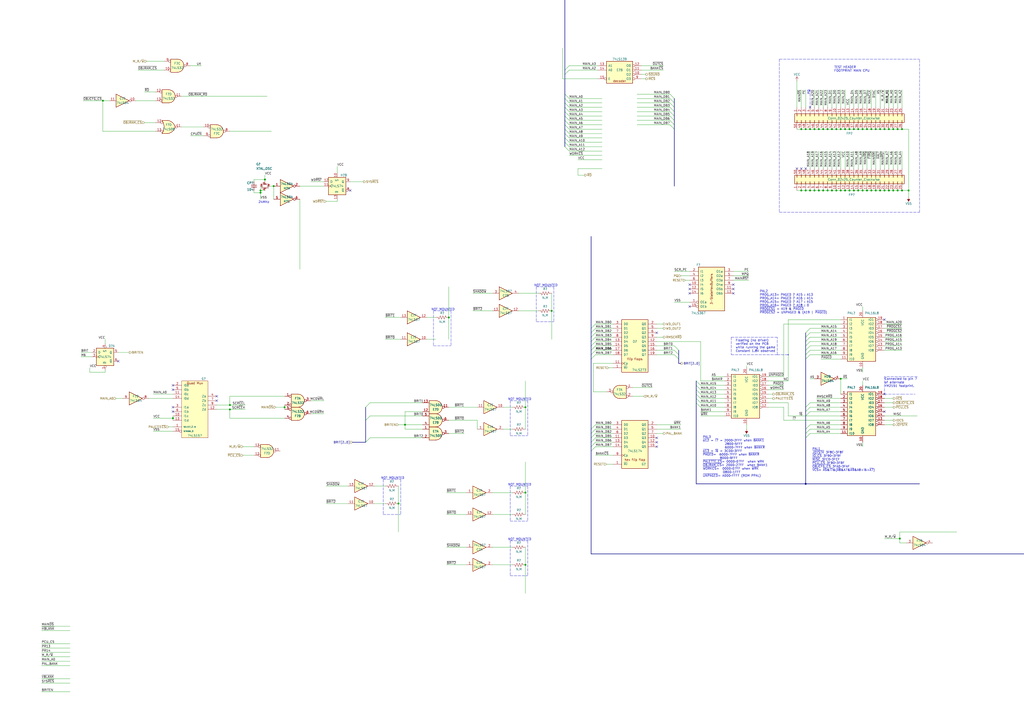
<source format=kicad_sch>
(kicad_sch (version 20211123) (generator eeschema)
  (paper "A2")
  (title_block (title "X-men") (date "2023-06-26") (rev "José Tejada.") (company "JOTEGO") (comment 1 "www.patreon.com/jotego") (comment 2 "JOTEGO"))
  (junction (at 497.84 110.49))
  (junction (at 158.75 107.95))
  (junction (at 492.76 74.93))
  (junction (at 231.14 292.1))
  (junction (at 523.24 74.93))
  (junction (at 527.05 110.49))
  (junction (at 467.36 74.93))
  (junction (at 151.13 110.49))
  (junction (at 490.22 74.93))
  (junction (at 304.8 285.75))
  (junction (at 520.7 110.49))
  (junction (at 469.9 110.49))
  (junction (at 304.8 236.22))
  (junction (at 487.68 110.49))
  (junction (at 497.84 74.93))
  (junction (at 472.44 74.93))
  (junction (at 508 74.93))
  (junction (at 515.62 110.49))
  (junction (at 472.44 110.49))
  (junction (at 133.35 237.49))
  (junction (at 151.13 111.76))
  (junction (at 513.08 74.93))
  (junction (at 518.16 74.93))
  (junction (at 515.62 74.93))
  (junction (at 304.8 327.66))
  (junction (at 505.46 74.93))
  (junction (at 100.33 242.57))
  (junction (at 260.35 184.15))
  (junction (at 482.6 110.49))
  (junction (at 521.97 312.42))
  (junction (at 495.3 74.93))
  (junction (at 500.38 74.93))
  (junction (at 467.36 280.67))
  (junction (at 165.1 236.22))
  (junction (at 59.69 58.42))
  (junction (at 510.54 110.49))
  (junction (at 495.3 110.49))
  (junction (at 480.06 110.49))
  (junction (at 320.04 180.34))
  (junction (at 153.67 104.14))
  (junction (at 492.76 110.49))
  (junction (at 513.08 110.49))
  (junction (at 474.98 110.49))
  (junction (at 487.68 74.93))
  (junction (at 487.68 219.71))
  (junction (at 523.24 110.49))
  (junction (at 482.6 74.93))
  (junction (at 133.35 234.95))
  (junction (at 520.7 74.93))
  (junction (at 510.54 74.93))
  (junction (at 477.52 110.49))
  (junction (at 474.98 74.93))
  (junction (at 502.92 110.49))
  (junction (at 518.16 110.49))
  (junction (at 467.36 110.49))
  (junction (at 490.22 110.49))
  (junction (at 485.14 74.93))
  (junction (at 505.46 110.49))
  (junction (at 508 110.49))
  (junction (at 469.9 74.93))
  (junction (at 477.52 74.93))
  (junction (at 485.14 110.49))
  (junction (at 464.82 110.49))
  (junction (at 464.82 74.93))
  (junction (at 502.92 74.93))
  (junction (at 234.95 246.38))
  (junction (at 500.38 110.49))
  (junction (at 480.06 74.93))
  (no_connect (at 469.9 62.23))
  (no_connect (at 400.05 167.64))
  (no_connect (at 425.45 170.18))
  (no_connect (at 203.2 110.49))
  (no_connect (at 462.28 97.79))
  (no_connect (at 381 193.04))
  (no_connect (at 68.58 209.55))
  (no_connect (at 100.33 236.22))
  (no_connect (at 100.33 226.06))
  (no_connect (at 513.08 238.76))
  (no_connect (at 425.45 167.64))
  (no_connect (at 425.45 165.1))
  (no_connect (at 513.08 228.6))
  (no_connect (at 400.05 177.8))
  (no_connect (at 100.33 238.76))
  (no_connect (at 125.73 229.87))
  (no_connect (at 125.73 232.41))
  (no_connect (at 381 256.54))
  (no_connect (at 100.33 223.52))
  (no_connect (at 381 254))
  (no_connect (at 513.08 185.42))
  (no_connect (at 464.82 97.79))
  (no_connect (at 400.05 165.1))
  (no_connect (at 467.36 97.79))
  (no_connect (at 381 259.08))
  (no_connect (at 400.05 170.18))
  (bus_entry (at 342.9 259.08) (size 2.54 -2.54))
  (bus_entry (at 342.9 203.2) (size 2.54 -2.54))
  (bus_entry (at 327.66 64.77) (size 2.54 2.54))
  (bus_entry (at 214.63 254) (size -2.54 2.54))
  (bus_entry (at 327.66 62.23) (size 2.54 2.54))
  (bus_entry (at 342.9 205.74) (size 2.54 -2.54))
  (bus_entry (at 391.16 203.2) (size 2.54 2.54))
  (bus_entry (at 327.66 54.61) (size 2.54 2.54))
  (bus_entry (at 327.66 40.64) (size 2.54 -2.54))
  (bus_entry (at 403.86 226.06) (size 2.54 2.54))
  (bus_entry (at 342.9 193.04) (size 2.54 -2.54))
  (bus_entry (at 391.16 200.66) (size 2.54 2.54))
  (bus_entry (at 403.86 233.68) (size 2.54 2.54))
  (bus_entry (at 342.9 200.66) (size 2.54 -2.54))
  (bus_entry (at 327.66 43.18) (size 2.54 -2.54))
  (bus_entry (at 327.66 69.85) (size 2.54 2.54))
  (bus_entry (at 469.9 233.68) (size -2.54 2.54))
  (bus_entry (at 214.63 241.3) (size -2.54 2.54))
  (bus_entry (at 469.9 198.12) (size -2.54 2.54))
  (bus_entry (at 469.9 205.74) (size -2.54 2.54))
  (bus_entry (at 469.9 246.38) (size -2.54 2.54))
  (bus_entry (at 342.9 195.58) (size 2.54 -2.54))
  (bus_entry (at 214.63 233.68) (size -2.54 2.54))
  (bus_entry (at 391.16 57.15) (size -2.54 -2.54))
  (bus_entry (at 469.9 190.5) (size -2.54 2.54))
  (bus_entry (at 342.9 256.54) (size 2.54 -2.54))
  (bus_entry (at 403.86 228.6) (size 2.54 2.54))
  (bus_entry (at 391.16 205.74) (size 2.54 2.54))
  (bus_entry (at 469.9 203.2) (size -2.54 2.54))
  (bus_entry (at 327.66 74.93) (size 2.54 2.54))
  (bus_entry (at 342.9 198.12) (size 2.54 -2.54))
  (bus_entry (at 327.66 57.15) (size 2.54 2.54))
  (bus_entry (at 327.66 80.01) (size 2.54 2.54))
  (bus_entry (at 342.9 254) (size 2.54 -2.54))
  (bus_entry (at 391.16 67.31) (size -2.54 -2.54))
  (bus_entry (at 342.9 248.92) (size 2.54 -2.54))
  (bus_entry (at 469.9 238.76) (size -2.54 2.54))
  (bus_entry (at 391.16 69.85) (size -2.54 -2.54))
  (bus_entry (at 342.9 208.28) (size 2.54 -2.54))
  (bus_entry (at 391.16 62.23) (size -2.54 -2.54))
  (bus_entry (at 469.9 200.66) (size -2.54 2.54))
  (bus_entry (at 327.66 67.31) (size 2.54 2.54))
  (bus_entry (at 469.9 195.58) (size -2.54 2.54))
  (bus_entry (at 327.66 85.09) (size 2.54 2.54))
  (bus_entry (at 403.86 223.52) (size 2.54 2.54))
  (bus_entry (at 469.9 193.04) (size -2.54 2.54))
  (bus_entry (at 469.9 251.46) (size -2.54 2.54))
  (bus_entry (at 327.66 77.47) (size 2.54 2.54))
  (bus_entry (at 469.9 236.22) (size -2.54 2.54))
  (bus_entry (at 469.9 248.92) (size -2.54 2.54))
  (bus_entry (at 342.9 261.62) (size 2.54 -2.54))
  (bus_entry (at 342.9 190.5) (size 2.54 -2.54))
  (bus_entry (at 391.16 64.77) (size -2.54 -2.54))
  (bus_entry (at 403.86 231.14) (size 2.54 2.54))
  (bus_entry (at 327.66 72.39) (size 2.54 2.54))
  (bus_entry (at 391.16 72.39) (size -2.54 -2.54))
  (bus_entry (at 327.66 82.55) (size 2.54 2.54))
  (bus_entry (at 391.16 74.93) (size -2.54 -2.54))
  (bus_entry (at 327.66 59.69) (size 2.54 2.54))
  (bus_entry (at 403.86 220.98) (size 2.54 2.54))
  (bus_entry (at 342.9 251.46) (size 2.54 -2.54))
  (bus_entry (at 391.16 59.69) (size -2.54 -2.54))
  (bus (pts (xy 467.36 198.12) (xy 467.36 200.66)))
  (polyline (pts (xy 424.18 195.58) (xy 450.85 195.58)))
  (bus (pts (xy 403.86 231.14) (xy 403.86 233.68)))
  (wire (pts (xy 381 187.96) (xy 384.81 187.96)))
  (wire (pts (xy 502.92 97.79) (xy 502.92 87.63)))
  (wire (pts (xy 165.1 237.49) (xy 165.1 236.22)))
  (wire (pts (xy 48.26 58.42) (xy 59.69 58.42)))
  (wire (pts (xy 445.77 220.98) (xy 457.2 220.98)))
  (wire (pts (xy 487.68 74.93) (xy 490.22 74.93)))
  (bus (pts (xy 327.66 82.55) (xy 327.66 85.09)))
  (bus (pts (xy 327.66 40.64) (xy 327.66 43.18)))
  (wire (pts (xy 480.06 110.49) (xy 482.6 110.49)))
  (wire (pts (xy 490.22 74.93) (xy 492.76 74.93)))
  (wire (pts (xy 147.32 110.49) (xy 147.32 111.76)))
  (wire (pts (xy 24.13 383.54) (xy 40.64 383.54)))
  (bus (pts (xy 212.09 236.22) (xy 212.09 243.84)))
  (bus (pts (xy 342.9 321.31) (xy 596.9 321.31)))
  (wire (pts (xy 355.6 213.36) (xy 353.06 213.36)))
  (bus (pts (xy 327.66 59.69) (xy 327.66 62.23)))
  (wire (pts (xy 231.14 246.38) (xy 234.95 246.38)))
  (wire (pts (xy 100.33 242.57) (xy 100.33 243.84)))
  (wire (pts (xy 151.13 107.95) (xy 151.13 110.49)))
  (bus (pts (xy 467.36 208.28) (xy 467.36 236.22)))
  (bus (pts (xy 342.9 137.16) (xy 342.9 190.5)))
  (wire (pts (xy 330.2 80.01) (xy 349.25 80.01)))
  (wire (pts (xy 487.68 97.79) (xy 487.68 87.63)))
  (wire (pts (xy 304.8 327.66) (xy 304.8 344.17)))
  (wire (pts (xy 445.77 218.44) (xy 454.66 218.44)))
  (wire (pts (xy 520.7 52.07) (xy 520.7 62.23)))
  (bus (pts (xy 391.16 72.39) (xy 391.16 74.93)))
  (wire (pts (xy 335.28 97.79) (xy 335.28 101.6)))
  (wire (pts (xy 505.46 87.63) (xy 505.46 97.79)))
  (wire (pts (xy 153.67 104.14) (xy 153.67 105.41)))
  (wire (pts (xy 469.9 195.58) (xy 487.68 195.58)))
  (wire (pts (xy 513.08 236.22) (xy 518.16 236.22)))
  (wire (pts (xy 500.38 213.36) (xy 500.38 215.9)))
  (wire (pts (xy 345.44 256.54) (xy 355.6 256.54)))
  (wire (pts (xy 406.4 241.3) (xy 420.37 241.3)))
  (wire (pts (xy 345.44 254) (xy 355.6 254)))
  (wire (pts (xy 247.65 184.15) (xy 252.73 184.15)))
  (wire (pts (xy 195.58 115.57) (xy 195.58 116.84)))
  (bus (pts (xy 393.7 210.82) (xy 394.97 210.82)))
  (wire (pts (xy 147.32 111.76) (xy 151.13 111.76)))
  (wire (pts (xy 381 203.2) (xy 391.16 203.2)))
  (wire (pts (xy 259.08 285.75) (xy 270.51 285.75)))
  (wire (pts (xy 369.57 62.23) (xy 388.62 62.23)))
  (wire (pts (xy 330.2 87.63) (xy 349.25 87.63)))
  (wire (pts (xy 527.05 110.49) (xy 523.24 110.49)))
  (bus (pts (xy 391.16 67.31) (xy 391.16 69.85)))
  (wire (pts (xy 508 52.07) (xy 508 62.23)))
  (bus (pts (xy 467.36 236.22) (xy 467.36 238.76)))
  (wire (pts (xy 497.84 74.93) (xy 500.38 74.93)))
  (wire (pts (xy 510.54 74.93) (xy 513.08 74.93)))
  (bus (pts (xy 393.7 203.2) (xy 393.7 205.74)))
  (wire (pts (xy 497.84 110.49) (xy 500.38 110.49)))
  (wire (pts (xy 330.2 67.31) (xy 349.25 67.31)))
  (wire (pts (xy 462.28 110.49) (xy 464.82 110.49)))
  (wire (pts (xy 469.9 198.12) (xy 487.68 198.12)))
  (wire (pts (xy 60.96 214.63) (xy 60.96 215.9)))
  (wire (pts (xy 292.1 236.22) (xy 297.18 236.22)))
  (wire (pts (xy 412.75 218.44) (xy 420.37 218.44)))
  (wire (pts (xy 469.9 251.46) (xy 487.68 251.46)))
  (wire (pts (xy 508 97.79) (xy 508 87.63)))
  (wire (pts (xy 502.92 74.93) (xy 505.46 74.93)))
  (wire (pts (xy 425.45 162.56) (xy 434.34 162.56)))
  (wire (pts (xy 100.33 241.3) (xy 100.33 242.57)))
  (wire (pts (xy 513.08 233.68) (xy 518.16 233.68)))
  (wire (pts (xy 523.24 200.66) (xy 513.08 200.66)))
  (wire (pts (xy 485.14 110.49) (xy 487.68 110.49)))
  (wire (pts (xy 490.22 110.49) (xy 492.76 110.49)))
  (polyline (pts (xy 295.91 302.26) (xy 306.07 302.26)))
  (wire (pts (xy 259.08 317.5) (xy 270.51 317.5)))
  (bus (pts (xy 204.47 256.54) (xy 212.09 256.54)))
  (wire (pts (xy 406.4 223.52) (xy 420.37 223.52)))
  (wire (pts (xy 502.92 110.49) (xy 505.46 110.49)))
  (wire (pts (xy 505.46 110.49) (xy 508 110.49)))
  (wire (pts (xy 521.97 312.42) (xy 521.97 314.96)))
  (bus (pts (xy 342.9 200.66) (xy 342.9 203.2)))
  (wire (pts (xy 513.08 312.42) (xy 521.97 312.42)))
  (wire (pts (xy 487.68 52.07) (xy 487.68 62.23)))
  (wire (pts (xy 523.24 203.2) (xy 513.08 203.2)))
  (wire (pts (xy 521.97 308.61) (xy 521.97 312.42)))
  (wire (pts (xy 304.8 236.22) (xy 304.8 248.92)))
  (wire (pts (xy 469.9 233.68) (xy 487.68 233.68)))
  (wire (pts (xy 274.32 180.34) (xy 285.75 180.34)))
  (wire (pts (xy 510.54 87.63) (xy 510.54 97.79)))
  (wire (pts (xy 292.1 248.92) (xy 297.18 248.92)))
  (bus (pts (xy 342.9 256.54) (xy 342.9 259.08)))
  (polyline (pts (xy 311.15 166.37) (xy 321.31 166.37)))
  (polyline (pts (xy 295.91 313.69) (xy 306.07 313.69)))
  (wire (pts (xy 497.84 52.07) (xy 497.84 62.23)))
  (wire (pts (xy 247.65 196.85) (xy 252.73 196.85)))
  (wire (pts (xy 326.39 45.72) (xy 346.71 45.72)))
  (wire (pts (xy 320.04 170.18) (xy 320.04 180.34)))
  (polyline (pts (xy 222.25 278.13) (xy 232.41 278.13)))
  (wire (pts (xy 515.62 52.07) (xy 515.62 62.23)))
  (wire (pts (xy 457.2 185.42) (xy 487.68 185.42)))
  (bus (pts (xy 327.66 67.31) (xy 327.66 69.85)))
  (wire (pts (xy 234.95 248.92) (xy 234.95 246.38)))
  (bus (pts (xy 391.16 64.77) (xy 391.16 67.31)))
  (wire (pts (xy 133.35 229.87) (xy 165.1 229.87)))
  (bus (pts (xy 342.9 200.66) (xy 342.9 198.12)))
  (wire (pts (xy 245.11 254) (xy 214.63 254)))
  (wire (pts (xy 312.42 180.34) (xy 300.99 180.34)))
  (wire (pts (xy 133.35 242.57) (xy 133.35 237.49)))
  (wire (pts (xy 330.2 40.64) (xy 346.71 40.64)))
  (wire (pts (xy 345.44 203.2) (xy 355.6 203.2)))
  (wire (pts (xy 304.8 285.75) (xy 304.8 298.45)))
  (bus (pts (xy 391.16 74.93) (xy 391.16 107.95)))
  (wire (pts (xy 515.62 110.49) (xy 518.16 110.49)))
  (wire (pts (xy 304.8 285.75) (xy 304.8 267.97)))
  (wire (pts (xy 523.24 52.07) (xy 523.24 62.23)))
  (wire (pts (xy 502.92 52.07) (xy 502.92 62.23)))
  (wire (pts (xy 210.82 105.41) (xy 203.2 105.41)))
  (wire (pts (xy 369.57 59.69) (xy 388.62 59.69)))
  (wire (pts (xy 24.13 375.92) (xy 40.64 375.92)))
  (wire (pts (xy 110.49 38.1) (xy 116.84 38.1)))
  (wire (pts (xy 482.6 97.79) (xy 482.6 87.63)))
  (wire (pts (xy 457.2 241.3) (xy 457.2 233.68)))
  (wire (pts (xy 151.13 115.57) (xy 151.13 111.76)))
  (bus (pts (xy 342.9 193.04) (xy 342.9 195.58)))
  (wire (pts (xy 513.08 241.3) (xy 532.13 241.3)))
  (wire (pts (xy 260.35 236.22) (xy 276.86 236.22)))
  (wire (pts (xy 521.97 308.61) (xy 554.99 308.61)))
  (wire (pts (xy 472.44 52.07) (xy 472.44 62.23)))
  (wire (pts (xy 474.98 97.79) (xy 474.98 87.63)))
  (wire (pts (xy 231.14 281.94) (xy 231.14 292.1)))
  (wire (pts (xy 510.54 110.49) (xy 513.08 110.49)))
  (wire (pts (xy 474.98 52.07) (xy 474.98 62.23)))
  (wire (pts (xy 223.52 196.85) (xy 232.41 196.85)))
  (polyline (pts (xy 295.91 281.94) (xy 295.91 302.26)))
  (bus (pts (xy 391.16 59.69) (xy 391.16 62.23)))
  (wire (pts (xy 477.52 52.07) (xy 477.52 62.23)))
  (wire (pts (xy 285.75 285.75) (xy 297.18 285.75)))
  (wire (pts (xy 260.35 184.15) (xy 260.35 196.85)))
  (wire (pts (xy 513.08 74.93) (xy 515.62 74.93)))
  (wire (pts (xy 521.97 314.96) (xy 525.78 314.96)))
  (wire (pts (xy 142.24 234.95) (xy 133.35 234.95)))
  (bus (pts (xy 327.66 74.93) (xy 327.66 77.47)))
  (wire (pts (xy 434.34 160.02) (xy 425.45 160.02)))
  (bus (pts (xy 393.7 208.28) (xy 393.7 210.82)))
  (wire (pts (xy 513.08 110.49) (xy 515.62 110.49)))
  (bus (pts (xy 403.86 228.6) (xy 403.86 231.14)))
  (wire (pts (xy 384.81 38.1) (xy 372.11 38.1)))
  (wire (pts (xy 495.3 97.79) (xy 495.3 87.63)))
  (wire (pts (xy 67.31 231.14) (xy 71.12 231.14)))
  (wire (pts (xy 46.99 204.47) (xy 53.34 204.47)))
  (wire (pts (xy 369.57 72.39) (xy 388.62 72.39)))
  (wire (pts (xy 518.16 52.07) (xy 518.16 62.23)))
  (polyline (pts (xy 311.15 186.69) (xy 321.31 186.69)))
  (wire (pts (xy 477.52 74.93) (xy 480.06 74.93)))
  (polyline (pts (xy 295.91 232.41) (xy 295.91 252.73)))
  (wire (pts (xy 406.4 233.68) (xy 420.37 233.68)))
  (wire (pts (xy 223.52 292.1) (xy 217.17 292.1)))
  (polyline (pts (xy 452.12 34.29) (xy 533.4 34.29)))
  (wire (pts (xy 482.6 52.07) (xy 482.6 62.23)))
  (wire (pts (xy 500.38 52.07) (xy 500.38 62.23)))
  (wire (pts (xy 469.9 205.74) (xy 487.68 205.74)))
  (bus (pts (xy 342.9 254) (xy 342.9 256.54)))
  (polyline (pts (xy 424.18 205.74) (xy 450.85 205.74)))
  (wire (pts (xy 384.81 40.64) (xy 372.11 40.64)))
  (wire (pts (xy 330.2 38.1) (xy 346.71 38.1)))
  (polyline (pts (xy 295.91 281.94) (xy 306.07 281.94)))
  (wire (pts (xy 88.9 228.6) (xy 100.33 228.6)))
  (wire (pts (xy 345.44 259.08) (xy 355.6 259.08)))
  (wire (pts (xy 513.08 52.07) (xy 513.08 62.23)))
  (wire (pts (xy 500.38 97.79) (xy 500.38 87.63)))
  (bus (pts (xy 342.9 259.08) (xy 342.9 261.62)))
  (polyline (pts (xy 295.91 232.41) (xy 306.07 232.41)))
  (wire (pts (xy 482.6 110.49) (xy 485.14 110.49)))
  (bus (pts (xy 212.09 243.84) (xy 212.09 256.54)))
  (wire (pts (xy 467.36 241.3) (xy 457.2 241.3)))
  (wire (pts (xy 500.38 256.54) (xy 500.38 259.08)))
  (wire (pts (xy 78.74 58.42) (xy 90.17 58.42)))
  (wire (pts (xy 520.7 110.49) (xy 523.24 110.49)))
  (wire (pts (xy 467.36 74.93) (xy 469.9 74.93)))
  (wire (pts (xy 151.13 110.49) (xy 153.67 110.49)))
  (bus (pts (xy 467.36 251.46) (xy 467.36 254)))
  (wire (pts (xy 153.67 101.6) (xy 153.67 104.14)))
  (wire (pts (xy 259.08 298.45) (xy 270.51 298.45)))
  (wire (pts (xy 469.9 200.66) (xy 487.68 200.66)))
  (wire (pts (xy 381 200.66) (xy 391.16 200.66)))
  (bus (pts (xy 342.9 248.92) (xy 342.9 251.46)))
  (wire (pts (xy 133.35 234.95) (xy 133.35 229.87)))
  (wire (pts (xy 269.24 251.46) (xy 260.35 251.46)))
  (wire (pts (xy 497.84 97.79) (xy 497.84 87.63)))
  (wire (pts (xy 369.57 64.77) (xy 388.62 64.77)))
  (wire (pts (xy 335.28 97.79) (xy 349.25 97.79)))
  (wire (pts (xy 381 246.38) (xy 394.97 246.38)))
  (polyline (pts (xy 321.31 166.37) (xy 321.31 186.69)))
  (wire (pts (xy 245.11 233.68) (xy 214.63 233.68)))
  (wire (pts (xy 505.46 52.07) (xy 505.46 62.23)))
  (polyline (pts (xy 513.08 218.44) (xy 513.08 228.6)))
  (wire (pts (xy 180.34 105.41) (xy 187.96 105.41)))
  (wire (pts (xy 492.76 57.15) (xy 492.76 62.23)))
  (wire (pts (xy 133.35 76.2) (xy 157.48 76.2)))
  (wire (pts (xy 372.11 45.72) (xy 374.65 45.72)))
  (wire (pts (xy 469.9 74.93) (xy 472.44 74.93)))
  (wire (pts (xy 464.82 74.93) (xy 467.36 74.93)))
  (wire (pts (xy 445.77 233.68) (xy 457.2 233.68)))
  (wire (pts (xy 469.9 236.22) (xy 487.68 236.22)))
  (bus (pts (xy 327.66 64.77) (xy 327.66 67.31)))
  (wire (pts (xy 472.44 74.93) (xy 474.98 74.93)))
  (wire (pts (xy 505.46 74.93) (xy 508 74.93)))
  (bus (pts (xy 327.66 69.85) (xy 327.66 72.39)))
  (wire (pts (xy 326.39 27.94) (xy 326.39 45.72)))
  (wire (pts (xy 492.76 74.93) (xy 495.3 74.93)))
  (wire (pts (xy 469.9 190.5) (xy 487.68 190.5)))
  (bus (pts (xy 403.86 226.06) (xy 403.86 228.6)))
  (wire (pts (xy 454.66 187.96) (xy 487.68 187.96)))
  (polyline (pts (xy 306.07 313.69) (xy 306.07 334.01)))
  (bus (pts (xy 391.16 69.85) (xy 391.16 72.39)))
  (wire (pts (xy 189.23 281.94) (xy 201.93 281.94)))
  (wire (pts (xy 480.06 74.93) (xy 482.6 74.93)))
  (wire (pts (xy 151.13 111.76) (xy 151.13 110.49)))
  (bus (pts (xy 342.9 205.74) (xy 342.9 208.28)))
  (wire (pts (xy 330.2 64.77) (xy 349.25 64.77)))
  (wire (pts (xy 487.68 238.76) (xy 469.9 238.76)))
  (bus (pts (xy 327.66 0) (xy 327.66 40.64)))
  (polyline (pts (xy 523.24 228.6) (xy 530.86 228.6)))
  (wire (pts (xy 369.57 54.61) (xy 388.62 54.61)))
  (polyline (pts (xy 251.46 180.34) (xy 251.46 200.66)))
  (wire (pts (xy 173.99 115.57) (xy 173.99 156.21)))
  (wire (pts (xy 381 248.92) (xy 394.97 248.92)))
  (wire (pts (xy 335.28 92.71) (xy 349.25 92.71)))
  (wire (pts (xy 527.05 110.49) (xy 527.05 74.93)))
  (polyline (pts (xy 513.08 228.6) (xy 523.24 228.6)))
  (wire (pts (xy 490.22 52.07) (xy 490.22 62.23)))
  (wire (pts (xy 520.7 87.63) (xy 520.7 97.79)))
  (wire (pts (xy 520.7 74.93) (xy 523.24 74.93)))
  (wire (pts (xy 276.86 248.92) (xy 276.86 243.84)))
  (wire (pts (xy 464.82 110.49) (xy 467.36 110.49)))
  (polyline (pts (xy 232.41 278.13) (xy 232.41 298.45)))
  (wire (pts (xy 500.38 177.8) (xy 500.38 180.34)))
  (wire (pts (xy 474.98 74.93) (xy 477.52 74.93)))
  (wire (pts (xy 492.76 87.63) (xy 492.76 97.79)))
  (wire (pts (xy 330.2 62.23) (xy 349.25 62.23)))
  (wire (pts (xy 195.58 116.84) (xy 189.23 116.84)))
  (wire (pts (xy 469.9 246.38) (xy 487.68 246.38)))
  (wire (pts (xy 330.2 59.69) (xy 349.25 59.69)))
  (wire (pts (xy 173.99 107.95) (xy 187.96 107.95)))
  (bus (pts (xy 467.36 195.58) (xy 467.36 198.12)))
  (wire (pts (xy 297.18 327.66) (xy 285.75 327.66)))
  (bus (pts (xy 327.66 80.01) (xy 327.66 82.55)))
  (wire (pts (xy 24.13 365.76) (xy 40.64 365.76)))
  (wire (pts (xy 330.2 82.55) (xy 349.25 82.55)))
  (wire (pts (xy 513.08 187.96) (xy 523.24 187.96)))
  (polyline (pts (xy 450.85 205.74) (xy 457.2 205.74)))
  (wire (pts (xy 490.22 87.63) (xy 490.22 97.79)))
  (wire (pts (xy 485.14 97.79) (xy 485.14 87.63)))
  (wire (pts (xy 345.44 193.04) (xy 355.6 193.04)))
  (wire (pts (xy 140.97 259.08) (xy 147.32 259.08)))
  (wire (pts (xy 480.06 52.07) (xy 480.06 62.23)))
  (bus (pts (xy 467.36 280.67) (xy 403.86 280.67)))
  (wire (pts (xy 68.58 204.47) (xy 74.93 204.47)))
  (wire (pts (xy 523.24 87.63) (xy 523.24 97.79)))
  (wire (pts (xy 214.63 241.3) (xy 245.11 241.3)))
  (wire (pts (xy 372.11 43.18) (xy 374.65 43.18)))
  (polyline (pts (xy 469.9 52.07) (xy 469.9 62.23)))
  (wire (pts (xy 487.68 219.71) (xy 491.49 219.71)))
  (wire (pts (xy 469.9 110.49) (xy 472.44 110.49)))
  (wire (pts (xy 88.9 250.19) (xy 100.33 250.19)))
  (bus (pts (xy 467.36 193.04) (xy 467.36 195.58)))
  (bus (pts (xy 342.9 208.28) (xy 342.9 248.92)))
  (bus (pts (xy 342.9 261.62) (xy 342.9 321.31)))
  (wire (pts (xy 345.44 190.5) (xy 355.6 190.5)))
  (wire (pts (xy 495.3 74.93) (xy 497.84 74.93)))
  (wire (pts (xy 492.76 110.49) (xy 495.3 110.49)))
  (wire (pts (xy 304.8 317.5) (xy 304.8 327.66)))
  (wire (pts (xy 330.2 74.93) (xy 349.25 74.93)))
  (wire (pts (xy 523.24 198.12) (xy 513.08 198.12)))
  (wire (pts (xy 160.02 236.22) (xy 165.1 236.22)))
  (bus (pts (xy 467.36 200.66) (xy 467.36 203.2)))
  (wire (pts (xy 369.57 57.15) (xy 388.62 57.15)))
  (wire (pts (xy 345.44 205.74) (xy 355.6 205.74)))
  (wire (pts (xy 381 198.12) (xy 406.4 198.12)))
  (bus (pts (xy 327.66 72.39) (xy 327.66 74.93)))
  (polyline (pts (xy 222.25 278.13) (xy 222.25 298.45)))
  (wire (pts (xy 60.96 196.85) (xy 60.96 199.39)))
  (wire (pts (xy 445.77 236.22) (xy 454.66 236.22)))
  (wire (pts (xy 406.4 226.06) (xy 420.37 226.06)))
  (wire (pts (xy 355.6 198.12) (xy 345.44 198.12)))
  (wire (pts (xy 24.13 363.22) (xy 40.64 363.22)))
  (wire (pts (xy 285.75 298.45) (xy 297.18 298.45)))
  (wire (pts (xy 86.36 231.14) (xy 100.33 231.14)))
  (wire (pts (xy 24.13 378.46) (xy 40.64 378.46)))
  (wire (pts (xy 24.13 386.08) (xy 40.64 386.08)))
  (bus (pts (xy 467.36 205.74) (xy 467.36 208.28)))
  (wire (pts (xy 330.2 57.15) (xy 349.25 57.15)))
  (polyline (pts (xy 295.91 313.69) (xy 295.91 334.01)))
  (wire (pts (xy 85.09 35.56) (xy 95.25 35.56)))
  (bus (pts (xy 327.66 54.61) (xy 327.66 57.15)))
  (wire (pts (xy 344.17 227.33) (xy 351.79 227.33)))
  (bus (pts (xy 467.36 248.92) (xy 467.36 251.46)))
  (wire (pts (xy 59.69 58.42) (xy 59.69 76.2)))
  (wire (pts (xy 217.17 281.94) (xy 223.52 281.94)))
  (wire (pts (xy 454.66 223.52) (xy 445.77 223.52)))
  (wire (pts (xy 147.32 105.41) (xy 147.32 104.14)))
  (wire (pts (xy 369.57 69.85) (xy 388.62 69.85)))
  (polyline (pts (xy 251.46 180.34) (xy 261.62 180.34)))
  (wire (pts (xy 231.14 292.1) (xy 231.14 308.61)))
  (wire (pts (xy 495.3 110.49) (xy 497.84 110.49)))
  (wire (pts (xy 83.82 53.34) (xy 90.17 53.34)))
  (wire (pts (xy 59.69 76.2) (xy 90.17 76.2)))
  (wire (pts (xy 59.69 58.42) (xy 63.5 58.42)))
  (bus (pts (xy 403.86 233.68) (xy 403.86 280.67)))
  (wire (pts (xy 165.1 236.22) (xy 165.1 234.95)))
  (wire (pts (xy 406.4 231.14) (xy 420.37 231.14)))
  (wire (pts (xy 500.38 74.93) (xy 502.92 74.93)))
  (polyline (pts (xy 222.25 298.45) (xy 232.41 298.45)))
  (wire (pts (xy 523.24 74.93) (xy 527.05 74.93)))
  (wire (pts (xy 260.35 184.15) (xy 260.35 166.37)))
  (wire (pts (xy 469.9 203.2) (xy 487.68 203.2)))
  (bus (pts (xy 327.66 77.47) (xy 327.66 80.01)))
  (wire (pts (xy 477.52 97.79) (xy 477.52 87.63)))
  (wire (pts (xy 445.77 228.6) (xy 448.31 228.6)))
  (wire (pts (xy 180.34 232.41) (xy 187.96 232.41)))
  (wire (pts (xy 373.38 229.87) (xy 367.03 229.87)))
  (wire (pts (xy 513.08 246.38) (xy 518.16 246.38)))
  (polyline (pts (xy 295.91 252.73) (xy 306.07 252.73)))
  (wire (pts (xy 406.4 198.12) (xy 406.4 220.98)))
  (bus (pts (xy 342.9 251.46) (xy 342.9 254)))
  (wire (pts (xy 320.04 180.34) (xy 320.04 196.85)))
  (wire (pts (xy 397.51 162.56) (xy 400.05 162.56)))
  (wire (pts (xy 467.36 52.07) (xy 467.36 62.23)))
  (wire (pts (xy 381 251.46) (xy 384.81 251.46)))
  (polyline (pts (xy 424.18 195.58) (xy 424.18 205.74)))
  (bus (pts (xy 467.36 238.76) (xy 467.36 241.3)))
  (wire (pts (xy 513.08 193.04) (xy 523.24 193.04)))
  (wire (pts (xy 487.68 219.71) (xy 487.68 228.6)))
  (wire (pts (xy 406.4 220.98) (xy 420.37 220.98)))
  (wire (pts (xy 345.44 195.58) (xy 355.6 195.58)))
  (wire (pts (xy 345.44 251.46) (xy 355.6 251.46)))
  (wire (pts (xy 189.23 292.1) (xy 201.93 292.1)))
  (wire (pts (xy 344.17 210.82) (xy 344.17 227.33)))
  (wire (pts (xy 445.77 231.14) (xy 448.31 231.14)))
  (wire (pts (xy 133.35 237.49) (xy 142.24 237.49)))
  (wire (pts (xy 473.71 231.14) (xy 487.68 231.14)))
  (bus (pts (xy 467.36 280.67) (xy 533.4 280.67)))
  (wire (pts (xy 133.35 242.57) (xy 165.1 242.57)))
  (wire (pts (xy 508 110.49) (xy 510.54 110.49)))
  (wire (pts (xy 433.07 246.38) (xy 433.07 248.92)))
  (wire (pts (xy 339.09 101.6) (xy 335.28 101.6)))
  (polyline (pts (xy 251.46 200.66) (xy 261.62 200.66)))
  (wire (pts (xy 234.95 238.76) (xy 245.11 238.76)))
  (wire (pts (xy 195.58 96.52) (xy 195.58 100.33)))
  (wire (pts (xy 513.08 231.14) (xy 518.16 231.14)))
  (wire (pts (xy 513.08 190.5) (xy 523.24 190.5)))
  (bus (pts (xy 327.66 43.18) (xy 327.66 54.61)))
  (wire (pts (xy 24.13 393.7) (xy 40.64 393.7)))
  (wire (pts (xy 477.52 110.49) (xy 480.06 110.49)))
  (wire (pts (xy 158.75 107.95) (xy 156.21 107.95)))
  (wire (pts (xy 223.52 184.15) (xy 232.41 184.15)))
  (wire (pts (xy 24.13 373.38) (xy 40.64 373.38)))
  (wire (pts (xy 500.38 110.49) (xy 502.92 110.49)))
  (wire (pts (xy 384.81 190.5) (xy 381 190.5)))
  (wire (pts (xy 469.9 193.04) (xy 487.68 193.04)))
  (wire (pts (xy 513.08 243.84) (xy 518.16 243.84)))
  (wire (pts (xy 125.73 237.49) (xy 133.35 237.49)))
  (wire (pts (xy 355.6 269.24) (xy 351.79 269.24)))
  (polyline (pts (xy 306.07 232.41) (xy 306.07 252.73)))
  (polyline (pts (xy 533.4 123.19) (xy 533.4 34.29)))
  (wire (pts (xy 97.79 247.65) (xy 100.33 247.65)))
  (bus (pts (xy 391.16 62.23) (xy 391.16 64.77)))
  (wire (pts (xy 260.35 243.84) (xy 276.86 243.84)))
  (polyline (pts (xy 450.85 205.74) (xy 450.85 195.58)))
  (wire (pts (xy 454.66 218.44) (xy 454.66 187.96)))
  (wire (pts (xy 345.44 246.38) (xy 355.6 246.38)))
  (wire (pts (xy 285.75 170.18) (xy 274.32 170.18)))
  (wire (pts (xy 515.62 74.93) (xy 518.16 74.93)))
  (wire (pts (xy 234.95 246.38) (xy 245.11 246.38)))
  (bus (pts (xy 342.9 190.5) (xy 342.9 193.04)))
  (wire (pts (xy 24.13 396.24) (xy 40.64 396.24)))
  (bus (pts (xy 342.9 203.2) (xy 342.9 205.74)))
  (wire (pts (xy 234.95 246.38) (xy 234.95 238.76)))
  (wire (pts (xy 472.44 97.79) (xy 472.44 87.63)))
  (wire (pts (xy 105.41 55.88) (xy 154.94 55.88)))
  (wire (pts (xy 406.4 228.6) (xy 420.37 228.6)))
  (polyline (pts (xy 295.91 334.01) (xy 306.07 334.01)))
  (wire (pts (xy 500.38 220.98) (xy 500.38 223.52)))
  (wire (pts (xy 88.9 242.57) (xy 100.33 242.57)))
  (bus (pts (xy 393.7 205.74) (xy 393.7 208.28)))
  (wire (pts (xy 467.36 110.49) (xy 469.9 110.49)))
  (wire (pts (xy 454.66 243.84) (xy 487.68 243.84)))
  (wire (pts (xy 285.75 317.5) (xy 297.18 317.5)))
  (polyline (pts (xy 311.15 166.37) (xy 311.15 186.69)))
  (bus (pts (xy 327.66 57.15) (xy 327.66 59.69)))
  (wire (pts (xy 510.54 52.07) (xy 510.54 62.23)))
  (wire (pts (xy 476.25 208.28) (xy 487.68 208.28)))
  (wire (pts (xy 487.68 110.49) (xy 490.22 110.49)))
  (wire (pts (xy 469.9 219.71) (xy 472.44 219.71)))
  (polyline (pts (xy 532.13 218.44) (xy 513.08 218.44)))
  (polyline (pts (xy 261.62 180.34) (xy 261.62 200.66)))
  (wire (pts (xy 105.41 73.66) (xy 118.11 73.66)))
  (wire (pts (xy 83.82 71.12) (xy 90.17 71.12)))
  (wire (pts (xy 394.97 160.02) (xy 400.05 160.02)))
  (bus (pts (xy 342.9 195.58) (xy 342.9 198.12)))
  (wire (pts (xy 381 205.74) (xy 391.16 205.74)))
  (wire (pts (xy 462.28 62.23) (xy 462.28 46.99)))
  (bus (pts (xy 467.36 254) (xy 467.36 280.67)))
  (wire (pts (xy 467.36 241.3) (xy 487.68 241.3)))
  (bus (pts (xy 467.36 203.2) (xy 467.36 205.74)))
  (wire (pts (xy 187.96 240.03) (xy 180.34 240.03)))
  (wire (pts (xy 158.75 107.95) (xy 158.75 115.57)))
  (wire (pts (xy 110.49 78.74) (xy 118.11 78.74)))
  (wire (pts (xy 391.16 175.26) (xy 400.05 175.26)))
  (wire (pts (xy 472.44 110.49) (xy 474.98 110.49)))
  (wire (pts (xy 480.06 97.79) (xy 480.06 87.63)))
  (wire (pts (xy 304.8 236.22) (xy 304.8 220.98)))
  (wire (pts (xy 464.82 52.07) (xy 464.82 62.23)))
  (wire (pts (xy 454.66 226.06) (xy 445.77 226.06)))
  (wire (pts (xy 345.44 187.96) (xy 355.6 187.96)))
  (wire (pts (xy 330.2 72.39) (xy 349.25 72.39)))
  (wire (pts (xy 330.2 90.17) (xy 349.25 90.17)))
  (wire (pts (xy 433.07 212.09) (xy 433.07 213.36)))
  (wire (pts (xy 518.16 74.93) (xy 520.7 74.93)))
  (wire (pts (xy 406.4 236.22) (xy 420.37 236.22)))
  (wire (pts (xy 485.14 74.93) (xy 487.68 74.93)))
  (wire (pts (xy 259.08 327.66) (xy 270.51 327.66)))
  (wire (pts (xy 24.13 381) (xy 40.64 381)))
  (wire (pts (xy 515.62 87.63) (xy 515.62 97.79)))
  (wire (pts (xy 523.24 195.58) (xy 513.08 195.58)))
  (wire (pts (xy 24.13 401.32) (xy 40.64 401.32)))
  (wire (pts (xy 508 74.93) (xy 510.54 74.93)))
  (wire (pts (xy 300.99 170.18) (xy 312.42 170.18)))
  (wire (pts (xy 330.2 69.85) (xy 349.25 69.85)))
  (wire (pts (xy 454.66 236.22) (xy 454.66 243.84)))
  (wire (pts (xy 485.14 52.07) (xy 485.14 62.23)))
  (wire (pts (xy 345.44 264.16) (xy 355.6 264.16)))
  (wire (pts (xy 378.46 224.79) (xy 367.03 224.79)))
  (wire (pts (xy 60.96 215.9) (xy 52.07 215.9)))
  (wire (pts (xy 457.2 185.42) (xy 457.2 220.98)))
  (wire (pts (xy 330.2 85.09) (xy 349.25 85.09)))
  (wire (pts (xy 133.35 234.95) (xy 125.73 234.95)))
  (wire (pts (xy 462.28 74.93) (xy 464.82 74.93)))
  (wire (pts (xy 469.9 248.92) (xy 487.68 248.92)))
  (bus (pts (xy 327.66 62.23) (xy 327.66 64.77)))
  (polyline (pts (xy 452.12 123.19) (xy 533.4 123.19)))
  (wire (pts (xy 518.16 97.79) (xy 518.16 87.63)))
  (wire (pts (xy 469.9 97.79) (xy 469.9 87.63)))
  (wire (pts (xy 495.3 52.07) (xy 495.3 62.23)))
  (bus (pts (xy 391.16 57.15) (xy 391.16 59.69)))
  (wire (pts (xy 140.97 264.16) (xy 147.32 264.16)))
  (wire (pts (xy 391.16 157.48) (xy 400.05 157.48)))
  (wire (pts (xy 147.32 104.14) (xy 153.67 104.14)))
  (wire (pts (xy 513.08 87.63) (xy 513.08 97.79)))
  (wire (pts (xy 234.95 248.92) (xy 245.11 248.92)))
  (wire (pts (xy 420.37 238.76) (xy 406.4 238.76)))
  (bus (pts (xy 403.86 220.98) (xy 403.86 223.52)))
  (wire (pts (xy 527.05 114.3) (xy 527.05 110.49)))
  (wire (pts (xy 330.2 77.47) (xy 349.25 77.47)))
  (wire (pts (xy 518.16 110.49) (xy 520.7 110.49)))
  (wire (pts (xy 482.6 74.93) (xy 485.14 74.93)))
  (wire (pts (xy 355.6 200.66) (xy 345.44 200.66)))
  (wire (pts (xy 52.07 213.36) (xy 52.07 215.9)))
  (bus (pts (xy 403.86 223.52) (xy 403.86 226.06)))
  (wire (pts (xy 474.98 110.49) (xy 477.52 110.49)))
  (wire (pts (xy 384.81 195.58) (xy 381 195.58)))
  (polyline (pts (xy 306.07 281.94) (xy 306.07 302.26)))
  (bus (pts (xy 467.36 241.3) (xy 467.36 248.92)))
  (wire (pts (xy 345.44 248.92) (xy 355.6 248.92)))
  (wire (pts (xy 369.57 67.31) (xy 388.62 67.31)))
  (wire (pts (xy 80.01 40.64) (xy 95.25 40.64)))
  (wire (pts (xy 425.45 157.48) (xy 434.34 157.48)))
  (wire (pts (xy 344.17 210.82) (xy 355.6 210.82)))
  (polyline (pts (xy 452.12 34.29) (xy 452.12 123.19)))
  (wire (pts (xy 53.34 207.01) (xy 46.99 207.01)))
  (text "PAL1\n~{JOYSTK} 3F8C~3F8F\n~{IO_CS} 3F90~3F9F\n~{MISC} 3FC0~3FCF\n~{PCU_CS} 3FB0~3FBF\n~{OBJCFG_CS} 3FA0~3FAF\n~{VCS}= ~{AS}&~{i7}&(~{A8}&A7&~{A9}&A8+i6+~{A7})\n\n" (at 471.17 275.59 0) (effects (font (size 1.27 1.27)) (justify left bottom)))
  (text "NOT MOUNTED\n" (at 294.64 313.69 0) (effects (font (size 1.27 1.27)) (justify left bottom)))
  (text "TEST HEADER\nFOOTPRINT MAIN CPU" (at 483.87 41.91 0) (effects (font (size 1.27 1.27)) (justify left bottom)))
  (text "NOT MOUNTED\n" (at 309.88 166.37 0) (effects (font (size 1.27 1.27)) (justify left bottom)))
  (text "NOT MOUNTED\n" (at 294.64 281.94 0) (effects (font (size 1.27 1.27)) (justify left bottom)))
  (text "Floating (no driver)\nverified on the PCB\nwhile running the game\nConstant 1.8V observed" (at 426.72 204.47 0) (effects (font (size 1.27 1.27)) (justify left bottom)))
  (text "24MHz" (at 149.86 118.11 0) (effects (font (size 1.27 1.27)) (justify left bottom)))
  (text "PAL2\nPROG_A13= PAGED ? A15 : A13\nPROG_A14= PAGED ? A16 : A14\nPROG_A15= PAGED ? A17 : A15\nPROG_A16= PAGED ? A18 : 0\n~{PROGCS1} = A19 & ~{PAGED}\n~{PROGCS2} = UNPAGED & (A19 | ~{PAGED})\n\n" (at 440.69 184.15 0) (effects (font (size 1.27 1.27)) (justify left bottom)))
  (text "NOT MOUNTED\n" (at 294.64 232.41 0) (effects (font (size 1.27 1.27)) (justify left bottom)))
  (text "*" (at 456.692 207.137 0) (effects (font (size 1.27 1.27)) (justify left bottom)))
  (text "NOT MOUNTED\n" (at 250.19 180.34 0) (effects (font (size 1.27 1.27)) (justify left bottom)))
  (text "NOT MOUNTED\n" (at 220.98 278.13 0) (effects (font (size 1.27 1.27)) (justify left bottom)))
  (text "PQ" (at 469.9 52.07 270) (effects (font (size 1.27 1.27)) (justify right bottom)))
  (text "PAL3\n~{o12} = ~{i7} = 2000~2FFF when ~{BANK1}\n	  	   2800~5FFF\n	  	   6000~7FFF when ~{BANKR}\n~{o13} = ~{i6} = 3C00~3FFF\n~{PAGED}=  6000~7FFF when ~{BANKR}\n	 	8000~9FFF\n~{PALETTE_CS}= 0000~07FF  when WRK\n~{OBJRAM_CS}= 2000~27FF  when BANK1\n~{WORKCS}=  0000~07FF when ~{WRK}\n            0800~1FFF\n~{UNPAGED}= A000~FFFF (ROM PPAL)" (at 407.67 276.86 0) (effects (font (size 1.27 1.27)) (justify left bottom)))
  (text "Connected to pin 7\nof alternate \nYM2151 footprint." (at 513.08 224.79 0) (effects (font (size 1.27 1.27)) (justify left bottom)))
  (label "PR13" (at 24.13 375.92 0))
  (label "VCC" (at 60.96 196.85 180))
  (label "MAIN_DB0" (at 345.44 246.38 0))
  (label "BRIT0" (at 384.81 200.66 0))
  (label "DTAC" (at 508 52.07 270))
  (label "MAIN_A6" (at 473.71 246.38 0))
  (label "~{i7}" (at 459.74 243.84 0))
  (label "MAIN_DB5" (at 345.44 254 0))
  (label "MAIN_A8" (at 330.2 77.47 0))
  (label "CPU~{EN}" (at 110.49 78.74 0))
  (label "~{SHADOW}" (at 189.23 281.94 0))
  (label "MAIN_A10" (at 492.76 87.63 270))
  (label "~{WRK}" (at 406.4 241.3 0))
  (label "M_R{slash}~{W}" (at 24.13 381 0))
  (label "MAIN_A14" (at 476.25 193.04 0))
  (label "WORK~{CS}" (at 330.2 90.17 0))
  (label "MAIN_A22" (at 477.52 52.07 270))
  (label "SYS~{RES}" (at 24.13 396.24 0))
  (label "MAIN_A2" (at 337.82 40.64 0))
  (label "VSS" (at 500.38 259.08 180))
  (label "MAIN_A6" (at 330.2 72.39 0))
  (label "WORK~{CS}" (at 454.66 226.06 180))
  (label "MAIN_A15" (at 480.06 87.63 270))
  (label "MAIN_DB7" (at 345.44 205.74 0))
  (label "MAIN_A3" (at 330.2 64.77 0))
  (label "MAIN_A10" (at 406.4 236.22 0))
  (label "MAIN_DB6" (at 345.44 256.54 0))
  (label "VCC" (at 195.58 96.52 0))
  (label "MAIN~{RST}" (at 434.34 162.56 180))
  (label "~{OUTCS}" (at 384.81 38.1 180))
  (label "MAIN_A16" (at 476.25 205.74 0))
  (label "MAIN_DB3" (at 345.44 195.58 0))
  (label "VCC" (at 88.9 242.57 0))
  (label "MAIN_A6" (at 518.16 87.63 270))
  (label "MAIN_A9" (at 500.38 87.63 270))
  (label "MAIN_D2" (at 490.22 52.07 270))
  (label "~{SHADOW}" (at 259.08 317.5 0))
  (label "MAIN_A5" (at 520.7 87.63 270))
  (label "PR14" (at 24.13 378.46 0))
  (label "UK" (at 116.84 38.1 180))
  (label "MAIN_A8" (at 473.71 236.22 0))
  (label "~{SHADOW}" (at 274.32 170.18 0))
  (label "VCC" (at 492.76 57.15 270))
  (label "PROG_A14" (at 523.24 200.66 180))
  (label "MAIN_DB5" (at 345.44 200.66 0))
  (label "~{PROGCS1}" (at 523.24 190.5 180))
  (label "MAIN_DB1" (at 388.62 57.15 180))
  (label "MAIN_A13" (at 476.25 195.58 0))
  (label "MAIN_D3" (at 487.68 52.07 270))
  (label "MAIN_A19" (at 472.44 87.63 270))
  (label "BANK1" (at 394.97 248.92 180))
  (label "~{BRIT0}" (at 223.52 196.85 0))
  (label "SCR~{CE}L" (at 142.24 234.95 180))
  (label "MAIN_A2" (at 523.24 52.07 270))
  (label "MAIN_A0" (at 518.16 52.07 270))
  (label "MAIN_D1" (at 482.6 52.07 270))
  (label "~{OBJRAM_CS}" (at 80.01 40.64 0))
  (label "MAIN_A9" (at 473.71 233.68 0))
  (label "MAIN_A3" (at 337.82 38.1 0))
  (label "PROG_A13" (at 523.24 203.2 180))
  (label "MAIN_A11" (at 330.2 85.09 0))
  (label "MAIN~{NMI}" (at 508 87.63 270))
  (label "AS" (at 469.9 219.71 0))
  (label "~{UNPAGED}" (at 454.66 218.44 180))
  (label "PE" (at 467.36 52.07 270))
  (label "~{i6}" (at 463.55 241.3 0))
  (label "MAIN~{RST}" (at 513.08 87.63 270))
  (label "BRITEN" (at 24.13 401.32 0))
  (label "MAIN_D7" (at 502.92 52.07 270))
  (label "MCO~{WR}H" (at 187.96 240.03 180))
  (label "~{BRIT1}" (at 259.08 285.75 0))
  (label "BRIT0" (at 240.03 241.3 0))
  (label "MAIN_D6" (at 500.38 52.07 270))
  (label "RMSCR~{RD}" (at 473.71 231.14 0))
  (label "MAIN_D4" (at 495.3 52.07 270))
  (label "MAIN_DB0" (at 388.62 54.61 180))
  (label "M6" (at 46.99 207.01 0))
  (label "MAIN_DB5" (at 388.62 67.31 180))
  (label "BRIT1" (at 384.81 203.2 0))
  (label "MAIN_DB7" (at 388.62 72.39 180))
  (label "MAIN_DB6" (at 345.44 203.2 0))
  (label "MAIN_A12" (at 406.4 231.14 0))
  (label "~{BRIT2}" (at 189.23 292.1 0))
  (label "~{BRIT1}" (at 269.24 236.22 180))
  (label "~{BRIT1}" (at 223.52 184.15 0))
  (label "MAIN_DB2" (at 345.44 251.46 0))
  (label "MAIN_A5" (at 473.71 248.92 0))
  (label "NC" (at 457.2 220.98 180))
  (label "~{VBLANK}" (at 24.13 393.7 0))
  (label "MAIN_A19" (at 476.25 198.12 0))
  (label "MAIN_A15" (at 476.25 190.5 0))
  (label "~{RD}" (at 83.82 53.34 0))
  (label "MAIN_A1" (at 515.62 52.07 270))
  (label "BANKR" (at 412.75 220.98 0))
  (label "MAIN_A14" (at 482.6 87.63 270))
  (label "MAIN_DB0" (at 345.44 187.96 0))
  (label "MAIN_A9" (at 330.2 80.01 0))
  (label "~{BRIT0}" (at 269.24 243.84 180))
  (label "~{BRIT2}" (at 274.32 180.34 0))
  (label "MAIN_A18" (at 469.9 87.63 270))
  (label "MAIN_A3" (at 520.7 52.07 270))
  (label "MISC" (at 518.16 241.3 0))
  (label "MAIN_A5" (at 330.2 69.85 0))
  (label "MAIN_D0" (at 485.14 52.07 270))
  (label "MAIN_A4" (at 473.71 251.46 0))
  (label "MAIN_DB2" (at 345.44 193.04 0))
  (label "M_R{slash}~{W}" (at 513.08 312.42 0))
  (label "AS" (at 412.75 218.44 0))
  (label "MAIN_A0" (at 330.2 57.15 0))
  (label "~{BRIT2}" (at 259.08 327.66 0))
  (label "VCC" (at 433.07 212.09 0))
  (label "MAIN_DB1" (at 345.44 248.92 0))
  (label "MAIN_DB1" (at 345.44 190.5 0))
  (label "MAIN~{DS}" (at 24.13 363.22 0))
  (label "MAIN_A1" (at 515.62 52.07 270))
  (label "PROG_A16" (at 523.24 195.58 180))
  (label "VSS" (at 391.16 175.26 0))
  (label "~{OBJRAM_RD}" (at 109.22 55.88 0))
  (label "BRIT2" (at 240.03 254 0))
  (label "MAIN_A2" (at 330.2 62.23 0))
  (label "MAIN_A17" (at 474.98 87.63 270))
  (label "VCC" (at 153.67 101.6 0))
  (label "~{HALT}" (at 510.54 87.63 270))
  (label "MAIN_DB2" (at 388.62 59.69 180))
  (label "~{FIRQ}" (at 505.46 87.63 270))
  (label "MAIN_A4" (at 330.2 67.31 0))
  (label "MAIN_DB4" (at 345.44 198.12 0))
  (label "MAIN_A13" (at 406.4 228.6 0))
  (label "VCC" (at 490.22 87.63 270))
  (label "MAIN_A10" (at 330.2 82.55 0))
  (label "MAIN_A1" (at 330.2 59.69 0))
  (label "MAIN~{DS}" (at 464.82 52.07 270))
  (label "SCR_PE" (at 391.16 157.48 0))
  (label "AS" (at 510.54 52.07 270))
  (label "~{BRIT2}" (at 269.24 251.46 180))
  (label "MAIN_DB4" (at 388.62 64.77 180))
  (label "M_R{slash}~{W}" (at 513.08 52.07 270))
  (label "VSS" (at 88.9 250.19 0))
  (label "MAIN~{IRQ}" (at 502.92 87.63 270))
  (label "~{WRK}" (at 394.97 246.38 180))
  (label "MAIN_A7" (at 330.2 74.93 0))
  (label "VCC" (at 500.38 220.98 0))
  (label "MAIN~{CLK}" (at 505.46 52.07 270))
  (label "MAIN_A8" (at 497.84 87.63 270))
  (label "VCC" (at 52.07 213.36 0))
  (label "MAIN_DB7" (at 345.44 259.08 0))
  (label "~{BRIT0}" (at 259.08 298.45 0))
  (label "PROG_A15" (at 523.24 198.12 180))
  (label "MAIN_A12" (at 330.2 87.63 0))
  (label "MAIN_A11" (at 406.4 233.68 0))
  (label "MAIN_A13" (at 485.14 87.63 270))
  (label "BRIT" (at 46.99 204.47 0))
  (label "MAIN_A16" (at 477.52 87.63 270))
  (label "WD~{RST}" (at 180.34 105.41 0))
  (label "SCR~{CE}H" (at 142.24 237.49 180))
  (label "BRIT2" (at 384.81 205.74 0))
  (label "MAIN_A23" (at 480.06 52.07 270))
  (label "~{PAGED}" (at 476.25 208.28 0))
  (label "BANK1" (at 406.4 238.76 0))
  (label "BANK~{CS}" (at 345.44 264.16 0))
  (label "MAIN_A21" (at 474.98 52.07 270))
  (label "~{PROGCS2}" (at 523.24 193.04 180))
  (label "~{OBJCFG_CS}" (at 48.26 58.42 0))
  (label "MAIN_A20" (at 472.44 52.07 270))
  (label "VSS" (at 151.13 115.57 0))
  (label "VCC" (at 335.28 92.71 0))
  (label "MAIN_A17" (at 476.25 203.2 0))
  (label "MAIN_D5" (at 497.84 52.07 270))
  (label "MAIN_DB6" (at 345.44 203.2 0))
  (label "MAIN_A14" (at 406.4 226.06 0))
  (label "MAIN_A12" (at 487.68 87.63 270))
  (label "MAIN_DB3" (at 388.62 62.23 180))
  (label "MAIN_A20" (at 523.24 187.96 180))
  (label "BRIT1" (at 240.03 233.68 0))
  (label "MCO~{WR}L" (at 187.96 232.41 180))
  (label "~{OUTCS}" (at 378.46 224.79 180))
  (label "VCC" (at 500.38 177.8 180))
  (label "VSS" (at 500.38 215.9 180))
  (label "MAIN_A0" (at 88.9 228.6 0))
  (label "MPQ" (at 434.34 160.02 180))
  (label "MAIN_A0" (at 24.13 383.54 0))
  (label "BANK~{CS}" (at 384.81 40.64 180))
  (label "MAIN_A4" (at 523.24 87.63 270))
  (label "~{HBLANK}" (at 24.13 365.76 0))
  (label "~{AS}" (at 491.49 219.71 180))
  (label "MAIN_A7" (at 515.62 87.63 270))
  (label "PE" (at 434.34 157.48 180))
  (label "MAIN_DB6" (at 388.62 69.85 180))
  (label "MAIN_A7" (at 473.71 238.76 0))
  (label "MAIN_A15" (at 406.4 223.52 0))
  (label "PAL_BANK" (at 24.13 386.08 0))
  (label "MAIN_A18" (at 476.25 200.66 0))
  (label "~{PAGED}" (at 454.66 223.52 180))
  (label "PCU_CS" (at 24.13 373.38 0))
  (label "MAIN_A11" (at 495.3 87.63 270))
  (hierarchical_label "BRIT[2..0]" (shape input) (at 204.47 256.54 180))
  (hierarchical_label "~{PCU_CS}" (shape input) (at 140.97 264.16 180))
  (hierarchical_label "PQ" (shape input) (at 394.97 160.02 180))
  (hierarchical_label "SYS~{RES}" (shape output) (at 210.82 105.41 0))
  (hierarchical_label "~{MCS}" (shape output) (at 374.65 45.72 0))
  (hierarchical_label "BRITEN" (shape input) (at 231.14 246.38 180))
  (hierarchical_label "PALETTE~{CS}" (shape output) (at 448.31 231.14 0))
  (hierarchical_label "PALETTE~{CS}" (shape input) (at 97.79 247.65 180))
  (hierarchical_label "RESET" (shape input) (at 353.06 213.36 180))
  (hierarchical_label "RMSCR~{RD}" (shape output) (at 384.81 195.58 0))
  (hierarchical_label "~{OBJRAM_CS}" (shape input) (at 83.82 71.12 180))
  (hierarchical_label "~{SOUND}" (shape output) (at 374.65 43.18 0))
  (hierarchical_label "WD_OUT2" (shape output) (at 384.81 190.5 0))
  (hierarchical_label "IOCS" (shape output) (at 518.16 243.84 0))
  (hierarchical_label "BRITEN" (shape output) (at 74.93 204.47 0))
  (hierarchical_label "~{JOYSTK}" (shape output) (at 518.16 246.38 0))
  (hierarchical_label "RESET" (shape input) (at 397.51 162.56 180))
  (hierarchical_label "PAL_BANK" (shape output) (at 384.81 251.46 0))
  (hierarchical_label "~{VCS}" (shape output) (at 518.16 231.14 0))
  (hierarchical_label "BRIT[2..0]" (shape output) (at 394.97 210.82 0))
  (hierarchical_label "M_R{slash}~{W}" (shape input) (at 85.09 35.56 180))
  (hierarchical_label "~{PCU_CS}" (shape output) (at 518.16 236.22 0))
  (hierarchical_label "MAIN~{DS}" (shape input) (at 160.02 236.22 180))
  (hierarchical_label "M_R{slash}~{W}" (shape input) (at 373.38 229.87 0))
  (hierarchical_label "M_R{slash}~{W}" (shape input) (at 140.97 259.08 180))
  (hierarchical_label "RESET" (shape input) (at 351.79 269.24 180))
  (hierarchical_label "~{RD}" (shape output) (at 339.09 101.6 0))
  (hierarchical_label "MAIN_A0" (shape input) (at 67.31 231.14 180))
  (hierarchical_label "WD_OUT1" (shape output) (at 384.81 187.96 0))
  (hierarchical_label "WD~{RST}" (shape input) (at 189.23 116.84 180))
  (hierarchical_label "~{OBJRAM_CS}" (shape output) (at 448.31 228.6 0))
  (hierarchical_label "~{OBJCFG_CS}" (shape output) (at 518.16 233.68 0))
  (symbol (lib_id "Device:R_US") (at 227.33 292.1 270) (mirror x) (unit 1)
    (property "Reference" "R?" (at 227.33 289.56 90))
    (property "Value" "N.M" (at 227.33 294.64 90))
  )
  (symbol (lib_id "jt74:74LS367") (at 412.75 167.64 0) (unit 1)
    (property "Reference" "F?" (at 405.13 153.67 0))
    (property "Value" "74LS367" (at 405.13 181.61 0))
    (property "Datasheet" "https://pdf1.alldatasheet.com/datasheet-pdf/view/12653/ONSEMI/SN74LS367AN.html" (effects hide))
  )
  (symbol (lib_id "Device:C_Small") (at 147.32 107.95 0) (mirror y) (unit 1)
    (property "Reference" "CP?" (at 147.066 106.172 0) (effects (justify left)))
    (property "Value" "104" (at 147.066 109.982 0) (effects (justify left)))
  )
  (symbol (lib_id "jt74:74LS32") (at 172.72 232.41 0) (unit 1) (convert 2)
    (property "Reference" "F?" (at 172.72 231.14 0))
    (property "Value" "74LS32" (at 172.72 233.68 0))
    (property "Datasheet" "http://www.ti.com/lit/gpn/sn74LS32" (effects hide))
  )
  (symbol (lib_id "Device:R_US") (at 300.99 317.5 270) (mirror x) (unit 1)
    (property "Reference" "R?" (at 300.99 314.96 90))
    (property "Value" "N.M" (at 300.99 320.04 90))
  )
  (symbol (lib_id "jt74:74LS04") (at 71.12 58.42 0) (unit 5)
    (property "Reference" "C?" (at 71.12 57.15 0))
    (property "Value" "74LS04" (at 71.12 59.69 0))
    (property "Datasheet" "http://www.ti.com/lit/gpn/sn74LS04" (effects hide))
  )
  (symbol (lib_id "jt74:74LS00") (at 252.73 236.22 0) (mirror x) (unit 4)
    (property "Reference" "E?" (at 252.73 237.49 0))
    (property "Value" "74LS00" (at 252.73 234.95 0))
    (property "Datasheet" "http://www.ti.com/lit/gpn/sn74ls00" (effects hide))
  )
  (symbol (lib_id "Device:R_US") (at 300.99 236.22 270) (mirror x) (unit 1)
    (property "Reference" "R?" (at 300.99 233.68 90))
    (property "Value" "N.M" (at 300.99 238.76 90))
  )
  (symbol (lib_id "Device:R_US") (at 300.99 327.66 270) (mirror x) (unit 1)
    (property "Reference" "R?" (at 300.99 325.12 90))
    (property "Value" "N.M" (at 300.99 330.2 90))
  )
  (symbol (lib_id "74xx:74LS07") (at 240.03 196.85 0) (unit 5)
    (property "Reference" "E?" (at 240.03 195.58 0))
    (property "Value" "74LS07" (at 240.03 198.12 0))
    (property "Datasheet" "www.ti.com/lit/ds/symlink/sn74ls07.pdf" (effects hide))
  )
  (symbol (lib_id "Device:R_US") (at 300.99 298.45 270) (mirror x) (unit 1)
    (property "Reference" "R?" (at 300.99 295.91 90))
    (property "Value" "N.M" (at 300.99 300.99 90))
  )
  (symbol (lib_id "jt74:74LS32") (at 172.72 240.03 0) (mirror x) (unit 2) (convert 2)
    (property "Reference" "F?" (at 172.72 241.3 0))
    (property "Value" "74LS32" (at 172.72 238.76 0))
    (property "Datasheet" "http://www.ti.com/lit/gpn/sn74LS32" (effects hide))
  )
  (symbol (lib_id "Logic_Programmable:PAL16L8") (at 500.38 198.12 0) (unit 1)
    (property "Reference" "PAL?" (at 491.49 181.61 0) (effects (justify left)))
    (property "Value" "PAL16L8" (at 501.65 181.61 0) (effects (justify left)))
  )
  (symbol (lib_id "jt74:74LS32") (at 97.79 55.88 0) (unit 4) (convert 2)
    (property "Reference" "F?" (at 97.79 54.61 0))
    (property "Value" "74LS32" (at 97.79 57.15 0))
    (property "Datasheet" "http://www.ti.com/lit/gpn/sn74LS32" (effects hide))
  )
  (symbol (lib_id "jt74:74LS32") (at 154.94 261.62 0) (mirror x) (unit 4) (convert 2)
    (property "Reference" "F?" (at 154.94 262.89 0))
    (property "Value" "74LS32" (at 154.94 260.35 0))
    (property "Datasheet" "http://www.ti.com/lit/gpn/sn74LS32" (effects hide))
  )
  (symbol (lib_id "Device:R_US") (at 227.33 281.94 270) (mirror x) (unit 1)
    (property "Reference" "R?" (at 227.33 279.4 90))
    (property "Value" "N.M" (at 227.33 284.48 90))
  )
  (symbol (lib_id "jt74:74LS08") (at 97.79 73.66 0) (unit 4) (convert 2)
    (property "Reference" "F?" (at 97.79 72.39 0))
    (property "Value" "74LS08" (at 97.79 74.93 0))
    (property "Datasheet" "http://www.ti.com/lit/gpn/sn74LS08" (effects hide))
  )
  (symbol (lib_id "jt74:74LS74") (at 195.58 107.95 0) (unit 2)
    (property "Reference" "H?" (at 199.39 101.6 0))
    (property "Value" "74LS74" (at 195.58 107.95 0))
    (property "Datasheet" "74xx/74hc_hct74.pdf" (effects hide))
  )
  (symbol (lib_id "jt74:74LS273") (at 368.3 200.66 0) (unit 1)
    (property "Reference" "D?" (at 368.3 198.12 0))
    (property "Value" "74LS273" (at 370.84 214.63 0))
    (property "Datasheet" "http://www.ti.com/lit/gpn/sn74LS273" (effects hide))
  )
  (symbol (lib_id "Device:R_US") (at 316.23 180.34 270) (mirror x) (unit 1)
    (property "Reference" "R?" (at 316.23 177.8 90))
    (property "Value" "N.M" (at 316.23 182.88 90))
  )
  (symbol (lib_id "74xx:74LS07") (at 293.37 180.34 0) (unit 6)
    (property "Reference" "C?" (at 293.37 179.07 0))
    (property "Value" "74LS07" (at 293.37 181.61 0))
    (property "Datasheet" "www.ti.com/lit/ds/symlink/sn74ls07.pdf" (effects hide))
  )
  (symbol (lib_id "Device:R_US") (at 256.54 184.15 270) (mirror x) (unit 1)
    (property "Reference" "R?" (at 256.54 181.61 90))
    (property "Value" "N.M" (at 256.54 186.69 90))
  )
  (symbol (lib_id "power:VCC") (at 462.28 46.99 0) (mirror y) (unit 1)
    (property "Reference" "#PWR?" (effects hide))
    (property "Value" "VCC" (at 462.28 43.18 0))
  )
  (symbol (lib_id "jt74:74LS04") (at 480.06 219.71 0) (unit 2)
    (property "Reference" "H?" (at 480.06 218.44 0))
    (property "Value" "74LS04" (at 480.06 220.98 0))
    (property "Datasheet" "http://www.ti.com/lit/gpn/sn74LS04" (effects hide))
  )
  (symbol (lib_id "74xx:74LS07") (at 209.55 281.94 0) (unit 6)
    (property "Reference" "C?" (at 209.55 280.67 0))
    (property "Value" "74LS07" (at 209.55 283.21 0))
    (property "Datasheet" "www.ti.com/lit/ds/symlink/sn74ls07.pdf" (effects hide))
  )
  (symbol (lib_id "jt74:74LS74") (at 60.96 207.01 0) (unit 1)
    (property "Reference" "D?" (at 64.77 200.66 0))
    (property "Value" "74LS74" (at 60.96 207.01 0))
    (property "Datasheet" "74xx/74hc_hct74.pdf" (effects hide))
  )
  (symbol (lib_id "Device:R_US") (at 300.99 285.75 270) (mirror x) (unit 1)
    (property "Reference" "R?" (at 300.99 283.21 90))
    (property "Value" "N.M" (at 300.99 288.29 90))
  )
  (symbol (lib_id "jt74:74LS04") (at 533.4 314.96 0) (unit 2)
    (property "Reference" "F?" (at 533.4 313.69 0))
    (property "Value" "74LS04" (at 533.4 316.23 0))
    (property "Datasheet" "http://www.ti.com/lit/gpn/sn74LS04" (effects hide))
  )
  (symbol (lib_id "power:VSS") (at 433.07 248.92 180) (unit 1)
    (property "Reference" "#PWR?" (effects hide))
    (property "Value" "VSS" (at 433.07 252.73 0))
  )
  (symbol (lib_id "74xx:74LS07") (at 209.55 292.1 0) (unit 5)
    (property "Reference" "C?" (at 209.55 290.83 0))
    (property "Value" "74LS07" (at 209.55 293.37 0))
    (property "Datasheet" "www.ti.com/lit/ds/symlink/sn74ls07.pdf" (effects hide))
  )
  (symbol (lib_id "jt74:74LS00") (at 252.73 243.84 0) (mirror x) (unit 2)
    (property "Reference" "E?" (at 252.73 245.11 0))
    (property "Value" "74LS00" (at 252.73 242.57 0))
    (property "Datasheet" "http://www.ti.com/lit/gpn/sn74ls00" (effects hide))
  )
  (symbol (lib_id "jt74:74LS139") (at 359.41 40.64 0) (unit 2)
    (property "Reference" "E?" (at 359.41 40.64 0))
    (property "Value" "74LS139" (at 359.41 34.29 0))
    (property "Datasheet" "http://www.ti.com/lit/gpn/sn74LS139" (effects hide))
  )
  (symbol (lib_id "jt74:74LS04") (at 166.37 107.95 0) (mirror x) (unit 1)
    (property "Reference" "H?" (at 166.37 109.22 0))
    (property "Value" "74LS04" (at 166.37 106.68 0))
    (property "Datasheet" "http://www.ti.com/lit/gpn/sn74LS04" (effects hide))
  )
  (symbol (lib_id "74xx:74LS07") (at 278.13 298.45 0) (unit 6)
    (property "Reference" "E?" (at 278.13 297.18 0))
    (property "Value" "74LS07" (at 278.13 299.72 0))
    (property "Datasheet" "www.ti.com/lit/ds/symlink/sn74ls07.pdf" (effects hide))
  )
  (symbol (lib_id "Logic_Programmable:PAL16L8") (at 433.07 231.14 0) (unit 1)
    (property "Reference" "PAL?" (at 424.18 214.63 0) (effects (justify left)))
    (property "Value" "PAL16L8" (at 434.34 214.63 0) (effects (justify left)))
  )
  (symbol (lib_id "74xx:74LS07") (at 278.13 317.5 0) (mirror x) (unit 1)
    (property "Reference" "C?" (at 278.13 318.77 0))
    (property "Value" "74LS07" (at 278.13 316.23 0))
    (property "Datasheet" "www.ti.com/lit/ds/symlink/sn74ls07.pdf" (effects hide))
  )
  (symbol (lib_id "74xx:74LS07") (at 293.37 170.18 0) (mirror x) (unit 2)
    (property "Reference" "C?" (at 293.37 171.45 0))
    (property "Value" "74LS07" (at 293.37 168.91 0))
    (property "Datasheet" "www.ti.com/lit/ds/symlink/sn74ls07.pdf" (effects hide))
  )
  (symbol (lib_id "Connector_Generic:Conn_02x25_Counter_Clockwise") (at 492.76 105.41 90) (unit 1)
    (property "Reference" "FP?" (at 494.03 113.03 90))
    (property "Value" "Conn_02x25_Counter_Clockwise" (at 495.3 104.14 90))
  )
  (symbol (lib_id "jt74:74LS174") (at 368.3 256.54 0) (unit 1)
    (property "Reference" "G?" (at 373.38 269.24 0))
    (property "Value" "74LS174" (at 368.3 261.62 0))
    (property "Datasheet" "http://www.ti.com/lit/gpn/sn74LS174" (effects hide))
  )
  (symbol (lib_id "74xx:74LS07") (at 278.13 285.75 0) (unit 1)
    (property "Reference" "C?" (at 278.13 284.48 0))
    (property "Value" "74LS07" (at 278.13 287.02 0))
    (property "Datasheet" "www.ti.com/lit/ds/symlink/sn74ls07.pdf" (effects hide))
  )
  (symbol (lib_id "jt74:74LS32") (at 359.41 227.33 0) (mirror y) (unit 1) (convert 2)
    (property "Reference" "F?" (at 359.41 226.06 0))
    (property "Value" "74LS32" (at 359.41 228.6 0))
    (property "Datasheet" "http://www.ti.com/lit/gpn/sn74LS32" (effects hide))
  )
  (symbol (lib_id "Device:R_US") (at 300.99 248.92 270) (mirror x) (unit 1)
    (property "Reference" "R?" (at 300.99 246.38 90))
    (property "Value" "N.M" (at 300.99 251.46 90))
  )
  (symbol (lib_id "74xx:74LS07") (at 240.03 184.15 0) (unit 6)
    (property "Reference" "C?" (at 240.03 182.88 0))
    (property "Value" "74LS07" (at 240.03 185.42 0))
    (property "Datasheet" "www.ti.com/lit/ds/symlink/sn74ls07.pdf" (effects hide))
  )
  (symbol (lib_id "Connector_Generic:Conn_02x25_Counter_Clockwise") (at 492.76 67.31 90) (mirror x) (unit 1)
    (property "Reference" "FP?" (at 492.76 77.47 90))
    (property "Value" "Conn_02x25_Counter_Clockwise" (at 495.3 68.58 90))
  )
  (symbol (lib_id "Device:R_US") (at 316.23 170.18 270) (mirror x) (unit 1)
    (property "Reference" "R?" (at 316.23 167.64 90))
    (property "Value" "N.M" (at 316.23 172.72 90))
  )
  (symbol (lib_id "Logic_Programmable:PAL16L8") (at 500.38 241.3 0) (unit 1)
    (property "Reference" "PAL?" (at 491.49 224.79 0) (effects (justify left)))
    (property "Value" "PAL16L8" (at 501.65 224.79 0) (effects (justify left)))
  )
  (symbol (lib_id "jt74:74LS04") (at 78.74 231.14 0) (unit 4)
    (property "Reference" "F?" (at 78.74 229.87 0))
    (property "Value" "74LS04" (at 78.74 232.41 0))
    (property "Datasheet" "http://www.ti.com/lit/gpn/sn74LS04" (effects hide))
  )
  (symbol (lib_id "jt74:74LS00") (at 252.73 251.46 0) (unit 1)
    (property "Reference" "E?" (at 252.73 250.19 0))
    (property "Value" "74LS00" (at 252.73 252.73 0))
    (property "Datasheet" "http://www.ti.com/lit/gpn/sn74ls00" (effects hide))
  )
  (symbol (lib_id "Device:Crystal_GND23_Small") (at 153.67 107.95 270) (mirror x) (unit 1)
    (property "Reference" "G?" (at 148.59 95.25 90) (effects (justify left)))
    (property "Value" "XTAL_OSC" (at 148.59 97.79 90) (effects (justify left)))
  )
  (symbol (lib_id "74xx:74LS07") (at 284.48 248.92 0) (unit 1)
    (property "Reference" "E?" (at 284.48 247.65 0))
    (property "Value" "74LS07" (at 284.48 250.19 0))
    (property "Datasheet" "www.ti.com/lit/ds/symlink/sn74ls07.pdf" (effects hide))
  )
  (symbol (lib_id "jt74:74LS157") (at 113.03 236.22 0) (unit 1)
    (property "Reference" "G?" (at 118.11 219.71 0))
    (property "Value" "74LS157" (at 113.03 252.73 0))
    (property "Datasheet" "https://www.alldatasheet.com/datasheet-pdf/pdf/27402/TI/74LS157.html" (effects hide))
  )
  (symbol (lib_id "74xx:74LS07") (at 284.48 236.22 0) (unit 5)
    (property "Reference" "C?" (at 284.48 234.95 0))
    (property "Value" "74LS07" (at 284.48 237.49 0))
    (property "Datasheet" "www.ti.com/lit/ds/symlink/sn74ls07.pdf" (effects hide))
  )
  (symbol (lib_id "jt74:74LS32") (at 125.73 76.2 0) (mirror x) (unit 3) (convert 2)
    (property "Reference" "F?" (at 125.73 77.47 0))
    (property "Value" "74LS32" (at 125.73 74.93 0))
    (property "Datasheet" "http://www.ti.com/lit/gpn/sn74LS32" (effects hide))
  )
  (symbol (lib_id "74xx:74LS07") (at 278.13 327.66 0) (unit 1)
    (property "Reference" "C?" (at 278.13 326.39 0))
    (property "Value" "74LS07" (at 278.13 328.93 0))
    (property "Datasheet" "www.ti.com/lit/ds/symlink/sn74ls07.pdf" (effects hide))
  )
  (symbol (lib_id "jt74:74LS32") (at 102.87 38.1 0) (unit 3) (convert 2)
    (property "Reference" "F?" (at 102.87 36.83 0))
    (property "Value" "74LS32" (at 102.87 39.37 0))
    (property "Datasheet" "http://www.ti.com/lit/gpn/sn74LS32" (effects hide))
  )
  (symbol (lib_id "power:VSS") (at 527.05 114.3 0) (mirror x) (unit 1)
    (property "Reference" "#PWR?" (effects hide))
    (property "Value" "VSS" (at 527.05 118.11 0))
  )
  (symbol (lib_id "jt74:74LS04") (at 166.37 115.57 0) (mirror x) (unit 3)
    (property "Reference" "H?" (at 166.37 116.84 0))
    (property "Value" "74LS04" (at 166.37 114.3 0))
    (property "Datasheet" "http://www.ti.com/lit/gpn/sn74LS04" (effects hide))
  )
)
</source>
